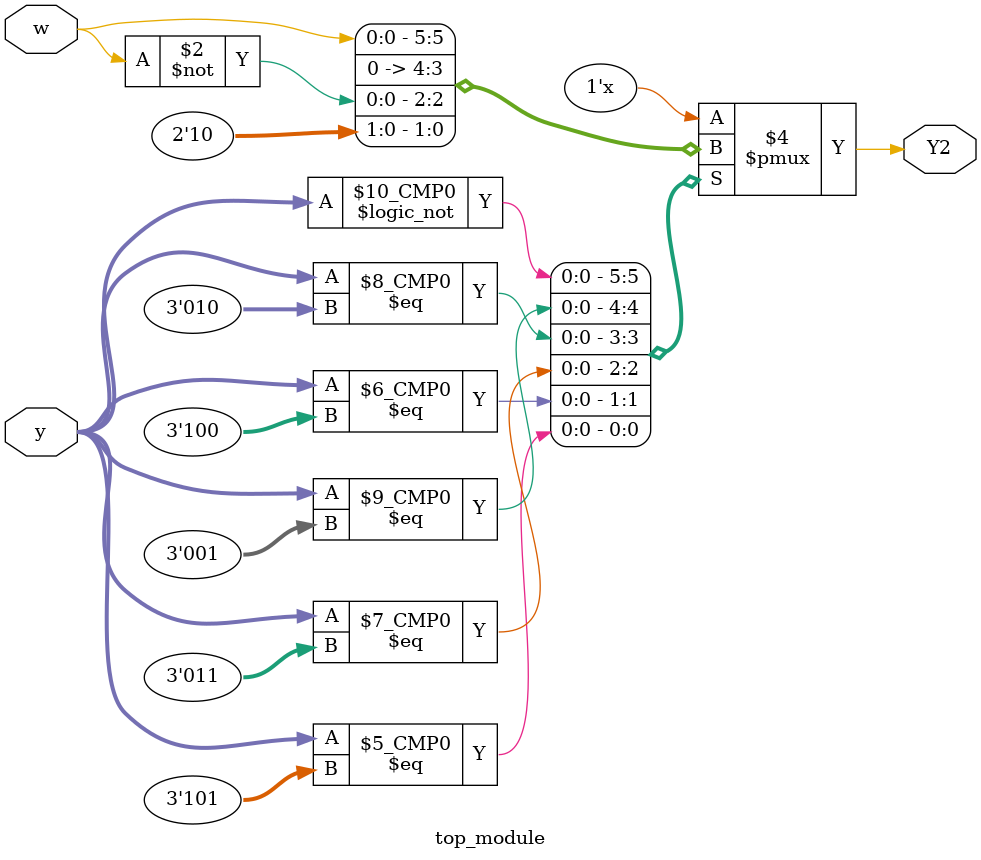
<source format=sv>
module top_module(
    input [3:1] y,
    input w,
    output reg Y2
);

always @(*) begin
    case (y)
        3'b000: Y2 = w; // State A
        3'b001: Y2 = 1'b0; // State B
        3'b010: Y2 = 1'b0; // State C
        3'b011: Y2 = ~w; // State D
        3'b100: Y2 = 1'b1; // State E
        3'b101: Y2 = 1'b0; // State F
    endcase
end

endmodule

</source>
